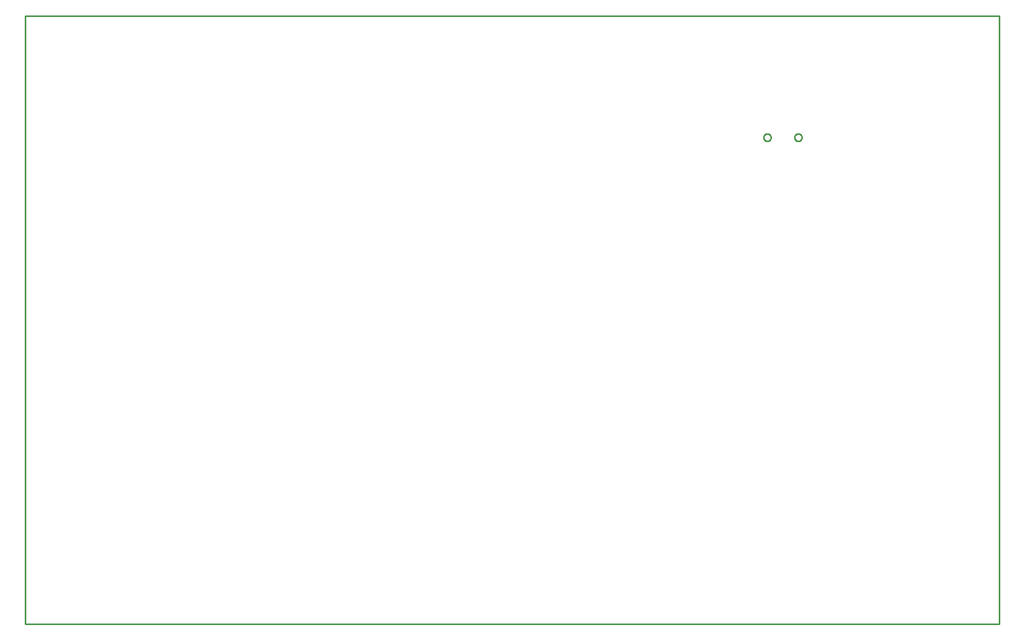
<source format=gbr>
G04 EAGLE Gerber RS-274X export*
G75*
%MOMM*%
%FSLAX34Y34*%
%LPD*%
%IN*%
%IPPOS*%
%AMOC8*
5,1,8,0,0,1.08239X$1,22.5*%
G01*
%ADD10C,0.254000*%


D10*
X0Y0D02*
X1600000Y0D01*
X1600000Y1000000D01*
X0Y1000000D01*
X0Y0D01*
X1276096Y799758D02*
X1276019Y799077D01*
X1275867Y798410D01*
X1275641Y797764D01*
X1275344Y797147D01*
X1274980Y796567D01*
X1274553Y796032D01*
X1274068Y795547D01*
X1273533Y795121D01*
X1272953Y794756D01*
X1272337Y794459D01*
X1271690Y794233D01*
X1271023Y794081D01*
X1270342Y794004D01*
X1269658Y794004D01*
X1268977Y794081D01*
X1268310Y794233D01*
X1267664Y794459D01*
X1267047Y794756D01*
X1266467Y795121D01*
X1265932Y795547D01*
X1265447Y796032D01*
X1265021Y796567D01*
X1264656Y797147D01*
X1264359Y797764D01*
X1264133Y798410D01*
X1263981Y799077D01*
X1263904Y799758D01*
X1263904Y800442D01*
X1263981Y801123D01*
X1264133Y801790D01*
X1264359Y802437D01*
X1264656Y803053D01*
X1265021Y803633D01*
X1265447Y804168D01*
X1265932Y804653D01*
X1266467Y805080D01*
X1267047Y805444D01*
X1267664Y805741D01*
X1268310Y805967D01*
X1268977Y806119D01*
X1269658Y806196D01*
X1270342Y806196D01*
X1271023Y806119D01*
X1271690Y805967D01*
X1272337Y805741D01*
X1272953Y805444D01*
X1273533Y805080D01*
X1274068Y804653D01*
X1274553Y804168D01*
X1274980Y803633D01*
X1275344Y803053D01*
X1275641Y802437D01*
X1275867Y801790D01*
X1276019Y801123D01*
X1276096Y800442D01*
X1276096Y799758D01*
X1225296Y799758D02*
X1225219Y799077D01*
X1225067Y798410D01*
X1224841Y797764D01*
X1224544Y797147D01*
X1224180Y796567D01*
X1223753Y796032D01*
X1223268Y795547D01*
X1222733Y795121D01*
X1222153Y794756D01*
X1221537Y794459D01*
X1220890Y794233D01*
X1220223Y794081D01*
X1219542Y794004D01*
X1218858Y794004D01*
X1218177Y794081D01*
X1217510Y794233D01*
X1216864Y794459D01*
X1216247Y794756D01*
X1215667Y795121D01*
X1215132Y795547D01*
X1214647Y796032D01*
X1214221Y796567D01*
X1213856Y797147D01*
X1213559Y797764D01*
X1213333Y798410D01*
X1213181Y799077D01*
X1213104Y799758D01*
X1213104Y800442D01*
X1213181Y801123D01*
X1213333Y801790D01*
X1213559Y802437D01*
X1213856Y803053D01*
X1214221Y803633D01*
X1214647Y804168D01*
X1215132Y804653D01*
X1215667Y805080D01*
X1216247Y805444D01*
X1216864Y805741D01*
X1217510Y805967D01*
X1218177Y806119D01*
X1218858Y806196D01*
X1219542Y806196D01*
X1220223Y806119D01*
X1220890Y805967D01*
X1221537Y805741D01*
X1222153Y805444D01*
X1222733Y805080D01*
X1223268Y804653D01*
X1223753Y804168D01*
X1224180Y803633D01*
X1224544Y803053D01*
X1224841Y802437D01*
X1225067Y801790D01*
X1225219Y801123D01*
X1225296Y800442D01*
X1225296Y799758D01*
M02*

</source>
